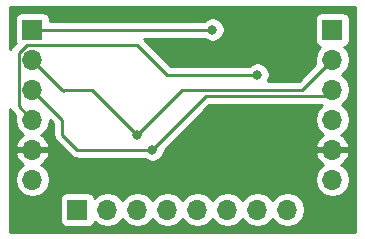
<source format=gbr>
%TF.GenerationSoftware,KiCad,Pcbnew,5.1.7-a382d34a8~87~ubuntu16.04.1*%
%TF.CreationDate,2020-10-08T21:47:54+02:00*%
%TF.ProjectId,ShiftIn-Board,53686966-7449-46e2-9d42-6f6172642e6b,rev?*%
%TF.SameCoordinates,Original*%
%TF.FileFunction,Copper,L2,Bot*%
%TF.FilePolarity,Positive*%
%FSLAX46Y46*%
G04 Gerber Fmt 4.6, Leading zero omitted, Abs format (unit mm)*
G04 Created by KiCad (PCBNEW 5.1.7-a382d34a8~87~ubuntu16.04.1) date 2020-10-08 21:47:54*
%MOMM*%
%LPD*%
G01*
G04 APERTURE LIST*
%TA.AperFunction,ComponentPad*%
%ADD10O,1.700000X1.700000*%
%TD*%
%TA.AperFunction,ComponentPad*%
%ADD11R,1.700000X1.700000*%
%TD*%
%TA.AperFunction,ViaPad*%
%ADD12C,0.800000*%
%TD*%
%TA.AperFunction,Conductor*%
%ADD13C,0.250000*%
%TD*%
%TA.AperFunction,Conductor*%
%ADD14C,0.254000*%
%TD*%
%TA.AperFunction,Conductor*%
%ADD15C,0.100000*%
%TD*%
G04 APERTURE END LIST*
D10*
%TO.P,J3,8*%
%TO.N,Net-(J3-Pad8)*%
X152400000Y-72390000D03*
%TO.P,J3,7*%
%TO.N,Net-(J3-Pad7)*%
X149860000Y-72390000D03*
%TO.P,J3,6*%
%TO.N,Net-(J3-Pad6)*%
X147320000Y-72390000D03*
%TO.P,J3,5*%
%TO.N,Net-(J3-Pad5)*%
X144780000Y-72390000D03*
%TO.P,J3,4*%
%TO.N,Net-(J3-Pad4)*%
X142240000Y-72390000D03*
%TO.P,J3,3*%
%TO.N,Net-(J3-Pad3)*%
X139700000Y-72390000D03*
%TO.P,J3,2*%
%TO.N,Net-(J3-Pad2)*%
X137160000Y-72390000D03*
D11*
%TO.P,J3,1*%
%TO.N,Net-(J3-Pad1)*%
X134620000Y-72390000D03*
%TD*%
D10*
%TO.P,J2,6*%
%TO.N,VCC*%
X156210000Y-69850000D03*
%TO.P,J2,5*%
%TO.N,GND*%
X156210000Y-67310000D03*
%TO.P,J2,4*%
%TO.N,Net-(J1-Pad4)*%
X156210000Y-64770000D03*
%TO.P,J2,3*%
%TO.N,Net-(J1-Pad3)*%
X156210000Y-62230000D03*
%TO.P,J2,2*%
%TO.N,Net-(J1-Pad2)*%
X156210000Y-59690000D03*
D11*
%TO.P,J2,1*%
%TO.N,Net-(J2-Pad1)*%
X156210000Y-57150000D03*
%TD*%
D10*
%TO.P,J1,6*%
%TO.N,VCC*%
X130810000Y-69850000D03*
%TO.P,J1,5*%
%TO.N,GND*%
X130810000Y-67310000D03*
%TO.P,J1,4*%
%TO.N,Net-(J1-Pad4)*%
X130810000Y-64770000D03*
%TO.P,J1,3*%
%TO.N,Net-(J1-Pad3)*%
X130810000Y-62230000D03*
%TO.P,J1,2*%
%TO.N,Net-(J1-Pad2)*%
X130810000Y-59690000D03*
D11*
%TO.P,J1,1*%
%TO.N,Net-(J1-Pad1)*%
X130810000Y-57150000D03*
%TD*%
D12*
%TO.N,GND*%
X152400000Y-68580000D03*
X148590000Y-67310000D03*
%TO.N,Net-(J1-Pad4)*%
X149860000Y-60960000D03*
%TO.N,Net-(J1-Pad3)*%
X140970000Y-67310000D03*
%TO.N,Net-(J1-Pad2)*%
X139700000Y-66040000D03*
%TO.N,Net-(J1-Pad1)*%
X146050000Y-57150000D03*
%TD*%
D13*
%TO.N,Net-(J1-Pad4)*%
X129634999Y-63594999D02*
X130810000Y-64770000D01*
X130340998Y-58420000D02*
X129634999Y-59125999D01*
X129634999Y-59125999D02*
X129634999Y-63594999D01*
X130340998Y-58420000D02*
X139700000Y-58420000D01*
X149860000Y-60960000D02*
X142240000Y-60960000D01*
X142240000Y-60960000D02*
X139700000Y-58420000D01*
%TO.N,Net-(J1-Pad3)*%
X140970000Y-67310000D02*
X134620000Y-67310000D01*
X134620000Y-67310000D02*
X133350000Y-66040000D01*
X133350000Y-64770000D02*
X130810000Y-62230000D01*
X133350000Y-66040000D02*
X133350000Y-64770000D01*
X155644990Y-62795010D02*
X156210000Y-62230000D01*
X145484990Y-62795010D02*
X155644990Y-62795010D01*
X140970000Y-67310000D02*
X145484990Y-62795010D01*
%TO.N,Net-(J1-Pad2)*%
X139700000Y-66040000D02*
X143510000Y-62230000D01*
X143510000Y-62230000D02*
X153670000Y-62230000D01*
X153670000Y-62230000D02*
X156210000Y-59690000D01*
X133350000Y-62230000D02*
X135890000Y-62230000D01*
X130810000Y-59690000D02*
X133350000Y-62230000D01*
X135890000Y-62230000D02*
X139700000Y-66040000D01*
X133350000Y-62230000D02*
X133465000Y-62345000D01*
%TO.N,Net-(J1-Pad1)*%
X146050000Y-57150000D02*
X130810000Y-57150000D01*
%TD*%
D14*
%TO.N,GND*%
X158090000Y-74270000D02*
X128930000Y-74270000D01*
X128930000Y-71540000D01*
X133131928Y-71540000D01*
X133131928Y-73240000D01*
X133144188Y-73364482D01*
X133180498Y-73484180D01*
X133239463Y-73594494D01*
X133318815Y-73691185D01*
X133415506Y-73770537D01*
X133525820Y-73829502D01*
X133645518Y-73865812D01*
X133770000Y-73878072D01*
X135470000Y-73878072D01*
X135594482Y-73865812D01*
X135714180Y-73829502D01*
X135824494Y-73770537D01*
X135921185Y-73691185D01*
X136000537Y-73594494D01*
X136059502Y-73484180D01*
X136081513Y-73411620D01*
X136213368Y-73543475D01*
X136456589Y-73705990D01*
X136726842Y-73817932D01*
X137013740Y-73875000D01*
X137306260Y-73875000D01*
X137593158Y-73817932D01*
X137863411Y-73705990D01*
X138106632Y-73543475D01*
X138313475Y-73336632D01*
X138430000Y-73162240D01*
X138546525Y-73336632D01*
X138753368Y-73543475D01*
X138996589Y-73705990D01*
X139266842Y-73817932D01*
X139553740Y-73875000D01*
X139846260Y-73875000D01*
X140133158Y-73817932D01*
X140403411Y-73705990D01*
X140646632Y-73543475D01*
X140853475Y-73336632D01*
X140970000Y-73162240D01*
X141086525Y-73336632D01*
X141293368Y-73543475D01*
X141536589Y-73705990D01*
X141806842Y-73817932D01*
X142093740Y-73875000D01*
X142386260Y-73875000D01*
X142673158Y-73817932D01*
X142943411Y-73705990D01*
X143186632Y-73543475D01*
X143393475Y-73336632D01*
X143510000Y-73162240D01*
X143626525Y-73336632D01*
X143833368Y-73543475D01*
X144076589Y-73705990D01*
X144346842Y-73817932D01*
X144633740Y-73875000D01*
X144926260Y-73875000D01*
X145213158Y-73817932D01*
X145483411Y-73705990D01*
X145726632Y-73543475D01*
X145933475Y-73336632D01*
X146050000Y-73162240D01*
X146166525Y-73336632D01*
X146373368Y-73543475D01*
X146616589Y-73705990D01*
X146886842Y-73817932D01*
X147173740Y-73875000D01*
X147466260Y-73875000D01*
X147753158Y-73817932D01*
X148023411Y-73705990D01*
X148266632Y-73543475D01*
X148473475Y-73336632D01*
X148590000Y-73162240D01*
X148706525Y-73336632D01*
X148913368Y-73543475D01*
X149156589Y-73705990D01*
X149426842Y-73817932D01*
X149713740Y-73875000D01*
X150006260Y-73875000D01*
X150293158Y-73817932D01*
X150563411Y-73705990D01*
X150806632Y-73543475D01*
X151013475Y-73336632D01*
X151130000Y-73162240D01*
X151246525Y-73336632D01*
X151453368Y-73543475D01*
X151696589Y-73705990D01*
X151966842Y-73817932D01*
X152253740Y-73875000D01*
X152546260Y-73875000D01*
X152833158Y-73817932D01*
X153103411Y-73705990D01*
X153346632Y-73543475D01*
X153553475Y-73336632D01*
X153715990Y-73093411D01*
X153827932Y-72823158D01*
X153885000Y-72536260D01*
X153885000Y-72243740D01*
X153827932Y-71956842D01*
X153715990Y-71686589D01*
X153553475Y-71443368D01*
X153346632Y-71236525D01*
X153103411Y-71074010D01*
X152833158Y-70962068D01*
X152546260Y-70905000D01*
X152253740Y-70905000D01*
X151966842Y-70962068D01*
X151696589Y-71074010D01*
X151453368Y-71236525D01*
X151246525Y-71443368D01*
X151130000Y-71617760D01*
X151013475Y-71443368D01*
X150806632Y-71236525D01*
X150563411Y-71074010D01*
X150293158Y-70962068D01*
X150006260Y-70905000D01*
X149713740Y-70905000D01*
X149426842Y-70962068D01*
X149156589Y-71074010D01*
X148913368Y-71236525D01*
X148706525Y-71443368D01*
X148590000Y-71617760D01*
X148473475Y-71443368D01*
X148266632Y-71236525D01*
X148023411Y-71074010D01*
X147753158Y-70962068D01*
X147466260Y-70905000D01*
X147173740Y-70905000D01*
X146886842Y-70962068D01*
X146616589Y-71074010D01*
X146373368Y-71236525D01*
X146166525Y-71443368D01*
X146050000Y-71617760D01*
X145933475Y-71443368D01*
X145726632Y-71236525D01*
X145483411Y-71074010D01*
X145213158Y-70962068D01*
X144926260Y-70905000D01*
X144633740Y-70905000D01*
X144346842Y-70962068D01*
X144076589Y-71074010D01*
X143833368Y-71236525D01*
X143626525Y-71443368D01*
X143510000Y-71617760D01*
X143393475Y-71443368D01*
X143186632Y-71236525D01*
X142943411Y-71074010D01*
X142673158Y-70962068D01*
X142386260Y-70905000D01*
X142093740Y-70905000D01*
X141806842Y-70962068D01*
X141536589Y-71074010D01*
X141293368Y-71236525D01*
X141086525Y-71443368D01*
X140970000Y-71617760D01*
X140853475Y-71443368D01*
X140646632Y-71236525D01*
X140403411Y-71074010D01*
X140133158Y-70962068D01*
X139846260Y-70905000D01*
X139553740Y-70905000D01*
X139266842Y-70962068D01*
X138996589Y-71074010D01*
X138753368Y-71236525D01*
X138546525Y-71443368D01*
X138430000Y-71617760D01*
X138313475Y-71443368D01*
X138106632Y-71236525D01*
X137863411Y-71074010D01*
X137593158Y-70962068D01*
X137306260Y-70905000D01*
X137013740Y-70905000D01*
X136726842Y-70962068D01*
X136456589Y-71074010D01*
X136213368Y-71236525D01*
X136081513Y-71368380D01*
X136059502Y-71295820D01*
X136000537Y-71185506D01*
X135921185Y-71088815D01*
X135824494Y-71009463D01*
X135714180Y-70950498D01*
X135594482Y-70914188D01*
X135470000Y-70901928D01*
X133770000Y-70901928D01*
X133645518Y-70914188D01*
X133525820Y-70950498D01*
X133415506Y-71009463D01*
X133318815Y-71088815D01*
X133239463Y-71185506D01*
X133180498Y-71295820D01*
X133144188Y-71415518D01*
X133131928Y-71540000D01*
X128930000Y-71540000D01*
X128930000Y-69703740D01*
X129325000Y-69703740D01*
X129325000Y-69996260D01*
X129382068Y-70283158D01*
X129494010Y-70553411D01*
X129656525Y-70796632D01*
X129863368Y-71003475D01*
X130106589Y-71165990D01*
X130376842Y-71277932D01*
X130663740Y-71335000D01*
X130956260Y-71335000D01*
X131243158Y-71277932D01*
X131513411Y-71165990D01*
X131756632Y-71003475D01*
X131963475Y-70796632D01*
X132125990Y-70553411D01*
X132237932Y-70283158D01*
X132295000Y-69996260D01*
X132295000Y-69703740D01*
X154725000Y-69703740D01*
X154725000Y-69996260D01*
X154782068Y-70283158D01*
X154894010Y-70553411D01*
X155056525Y-70796632D01*
X155263368Y-71003475D01*
X155506589Y-71165990D01*
X155776842Y-71277932D01*
X156063740Y-71335000D01*
X156356260Y-71335000D01*
X156643158Y-71277932D01*
X156913411Y-71165990D01*
X157156632Y-71003475D01*
X157363475Y-70796632D01*
X157525990Y-70553411D01*
X157637932Y-70283158D01*
X157695000Y-69996260D01*
X157695000Y-69703740D01*
X157637932Y-69416842D01*
X157525990Y-69146589D01*
X157363475Y-68903368D01*
X157156632Y-68696525D01*
X156974466Y-68574805D01*
X157091355Y-68505178D01*
X157307588Y-68310269D01*
X157481641Y-68076920D01*
X157606825Y-67814099D01*
X157651476Y-67666890D01*
X157530155Y-67437000D01*
X156337000Y-67437000D01*
X156337000Y-67457000D01*
X156083000Y-67457000D01*
X156083000Y-67437000D01*
X154889845Y-67437000D01*
X154768524Y-67666890D01*
X154813175Y-67814099D01*
X154938359Y-68076920D01*
X155112412Y-68310269D01*
X155328645Y-68505178D01*
X155445534Y-68574805D01*
X155263368Y-68696525D01*
X155056525Y-68903368D01*
X154894010Y-69146589D01*
X154782068Y-69416842D01*
X154725000Y-69703740D01*
X132295000Y-69703740D01*
X132237932Y-69416842D01*
X132125990Y-69146589D01*
X131963475Y-68903368D01*
X131756632Y-68696525D01*
X131574466Y-68574805D01*
X131691355Y-68505178D01*
X131907588Y-68310269D01*
X132081641Y-68076920D01*
X132206825Y-67814099D01*
X132251476Y-67666890D01*
X132130155Y-67437000D01*
X130937000Y-67437000D01*
X130937000Y-67457000D01*
X130683000Y-67457000D01*
X130683000Y-67437000D01*
X129489845Y-67437000D01*
X129368524Y-67666890D01*
X129413175Y-67814099D01*
X129538359Y-68076920D01*
X129712412Y-68310269D01*
X129928645Y-68505178D01*
X130045534Y-68574805D01*
X129863368Y-68696525D01*
X129656525Y-68903368D01*
X129494010Y-69146589D01*
X129382068Y-69416842D01*
X129325000Y-69703740D01*
X128930000Y-69703740D01*
X128930000Y-63888268D01*
X129000025Y-64019275D01*
X129071200Y-64106001D01*
X129094999Y-64135000D01*
X129123997Y-64158798D01*
X129368791Y-64403592D01*
X129325000Y-64623740D01*
X129325000Y-64916260D01*
X129382068Y-65203158D01*
X129494010Y-65473411D01*
X129656525Y-65716632D01*
X129863368Y-65923475D01*
X130045534Y-66045195D01*
X129928645Y-66114822D01*
X129712412Y-66309731D01*
X129538359Y-66543080D01*
X129413175Y-66805901D01*
X129368524Y-66953110D01*
X129489845Y-67183000D01*
X130683000Y-67183000D01*
X130683000Y-67163000D01*
X130937000Y-67163000D01*
X130937000Y-67183000D01*
X132130155Y-67183000D01*
X132251476Y-66953110D01*
X132206825Y-66805901D01*
X132081641Y-66543080D01*
X131907588Y-66309731D01*
X131691355Y-66114822D01*
X131574466Y-66045195D01*
X131756632Y-65923475D01*
X131963475Y-65716632D01*
X132125990Y-65473411D01*
X132237932Y-65203158D01*
X132295000Y-64916260D01*
X132295000Y-64789803D01*
X132590001Y-65084804D01*
X132590000Y-66002677D01*
X132586324Y-66040000D01*
X132590000Y-66077322D01*
X132590000Y-66077332D01*
X132600997Y-66188985D01*
X132627089Y-66275000D01*
X132644454Y-66332246D01*
X132715026Y-66464276D01*
X132749320Y-66506063D01*
X132809999Y-66580001D01*
X132839003Y-66603804D01*
X134056201Y-67821003D01*
X134079999Y-67850001D01*
X134195724Y-67944974D01*
X134327753Y-68015546D01*
X134471014Y-68059003D01*
X134582667Y-68070000D01*
X134582676Y-68070000D01*
X134619999Y-68073676D01*
X134657322Y-68070000D01*
X140266289Y-68070000D01*
X140310226Y-68113937D01*
X140479744Y-68227205D01*
X140668102Y-68305226D01*
X140868061Y-68345000D01*
X141071939Y-68345000D01*
X141271898Y-68305226D01*
X141460256Y-68227205D01*
X141629774Y-68113937D01*
X141773937Y-67969774D01*
X141887205Y-67800256D01*
X141965226Y-67611898D01*
X142005000Y-67411939D01*
X142005000Y-67349801D01*
X145799792Y-63555010D01*
X155355432Y-63555010D01*
X155263368Y-63616525D01*
X155056525Y-63823368D01*
X154894010Y-64066589D01*
X154782068Y-64336842D01*
X154725000Y-64623740D01*
X154725000Y-64916260D01*
X154782068Y-65203158D01*
X154894010Y-65473411D01*
X155056525Y-65716632D01*
X155263368Y-65923475D01*
X155445534Y-66045195D01*
X155328645Y-66114822D01*
X155112412Y-66309731D01*
X154938359Y-66543080D01*
X154813175Y-66805901D01*
X154768524Y-66953110D01*
X154889845Y-67183000D01*
X156083000Y-67183000D01*
X156083000Y-67163000D01*
X156337000Y-67163000D01*
X156337000Y-67183000D01*
X157530155Y-67183000D01*
X157651476Y-66953110D01*
X157606825Y-66805901D01*
X157481641Y-66543080D01*
X157307588Y-66309731D01*
X157091355Y-66114822D01*
X156974466Y-66045195D01*
X157156632Y-65923475D01*
X157363475Y-65716632D01*
X157525990Y-65473411D01*
X157637932Y-65203158D01*
X157695000Y-64916260D01*
X157695000Y-64623740D01*
X157637932Y-64336842D01*
X157525990Y-64066589D01*
X157363475Y-63823368D01*
X157156632Y-63616525D01*
X156982240Y-63500000D01*
X157156632Y-63383475D01*
X157363475Y-63176632D01*
X157525990Y-62933411D01*
X157637932Y-62663158D01*
X157695000Y-62376260D01*
X157695000Y-62083740D01*
X157637932Y-61796842D01*
X157525990Y-61526589D01*
X157363475Y-61283368D01*
X157156632Y-61076525D01*
X156982240Y-60960000D01*
X157156632Y-60843475D01*
X157363475Y-60636632D01*
X157525990Y-60393411D01*
X157637932Y-60123158D01*
X157695000Y-59836260D01*
X157695000Y-59543740D01*
X157637932Y-59256842D01*
X157525990Y-58986589D01*
X157363475Y-58743368D01*
X157231620Y-58611513D01*
X157304180Y-58589502D01*
X157414494Y-58530537D01*
X157511185Y-58451185D01*
X157590537Y-58354494D01*
X157649502Y-58244180D01*
X157685812Y-58124482D01*
X157698072Y-58000000D01*
X157698072Y-56300000D01*
X157685812Y-56175518D01*
X157649502Y-56055820D01*
X157590537Y-55945506D01*
X157511185Y-55848815D01*
X157414494Y-55769463D01*
X157304180Y-55710498D01*
X157184482Y-55674188D01*
X157060000Y-55661928D01*
X155360000Y-55661928D01*
X155235518Y-55674188D01*
X155115820Y-55710498D01*
X155005506Y-55769463D01*
X154908815Y-55848815D01*
X154829463Y-55945506D01*
X154770498Y-56055820D01*
X154734188Y-56175518D01*
X154721928Y-56300000D01*
X154721928Y-58000000D01*
X154734188Y-58124482D01*
X154770498Y-58244180D01*
X154829463Y-58354494D01*
X154908815Y-58451185D01*
X155005506Y-58530537D01*
X155115820Y-58589502D01*
X155188380Y-58611513D01*
X155056525Y-58743368D01*
X154894010Y-58986589D01*
X154782068Y-59256842D01*
X154725000Y-59543740D01*
X154725000Y-59836260D01*
X154768790Y-60056407D01*
X153355199Y-61470000D01*
X150764013Y-61470000D01*
X150777205Y-61450256D01*
X150855226Y-61261898D01*
X150895000Y-61061939D01*
X150895000Y-60858061D01*
X150855226Y-60658102D01*
X150777205Y-60469744D01*
X150663937Y-60300226D01*
X150519774Y-60156063D01*
X150350256Y-60042795D01*
X150161898Y-59964774D01*
X149961939Y-59925000D01*
X149758061Y-59925000D01*
X149558102Y-59964774D01*
X149369744Y-60042795D01*
X149200226Y-60156063D01*
X149156289Y-60200000D01*
X142554803Y-60200000D01*
X140264801Y-57910000D01*
X145346289Y-57910000D01*
X145390226Y-57953937D01*
X145559744Y-58067205D01*
X145748102Y-58145226D01*
X145948061Y-58185000D01*
X146151939Y-58185000D01*
X146351898Y-58145226D01*
X146540256Y-58067205D01*
X146709774Y-57953937D01*
X146853937Y-57809774D01*
X146967205Y-57640256D01*
X147045226Y-57451898D01*
X147085000Y-57251939D01*
X147085000Y-57048061D01*
X147045226Y-56848102D01*
X146967205Y-56659744D01*
X146853937Y-56490226D01*
X146709774Y-56346063D01*
X146540256Y-56232795D01*
X146351898Y-56154774D01*
X146151939Y-56115000D01*
X145948061Y-56115000D01*
X145748102Y-56154774D01*
X145559744Y-56232795D01*
X145390226Y-56346063D01*
X145346289Y-56390000D01*
X132298072Y-56390000D01*
X132298072Y-56300000D01*
X132285812Y-56175518D01*
X132249502Y-56055820D01*
X132190537Y-55945506D01*
X132111185Y-55848815D01*
X132014494Y-55769463D01*
X131904180Y-55710498D01*
X131784482Y-55674188D01*
X131660000Y-55661928D01*
X129960000Y-55661928D01*
X129835518Y-55674188D01*
X129715820Y-55710498D01*
X129605506Y-55769463D01*
X129508815Y-55848815D01*
X129429463Y-55945506D01*
X129370498Y-56055820D01*
X129334188Y-56175518D01*
X129321928Y-56300000D01*
X129321928Y-58000000D01*
X129334188Y-58124482D01*
X129370498Y-58244180D01*
X129395410Y-58290786D01*
X129124001Y-58562196D01*
X129094998Y-58585998D01*
X129039870Y-58653173D01*
X129000025Y-58701723D01*
X128994400Y-58712247D01*
X128930000Y-58832730D01*
X128930000Y-55270000D01*
X158090001Y-55270000D01*
X158090000Y-74270000D01*
%TA.AperFunction,Conductor*%
D15*
G36*
X158090000Y-74270000D02*
G01*
X128930000Y-74270000D01*
X128930000Y-71540000D01*
X133131928Y-71540000D01*
X133131928Y-73240000D01*
X133144188Y-73364482D01*
X133180498Y-73484180D01*
X133239463Y-73594494D01*
X133318815Y-73691185D01*
X133415506Y-73770537D01*
X133525820Y-73829502D01*
X133645518Y-73865812D01*
X133770000Y-73878072D01*
X135470000Y-73878072D01*
X135594482Y-73865812D01*
X135714180Y-73829502D01*
X135824494Y-73770537D01*
X135921185Y-73691185D01*
X136000537Y-73594494D01*
X136059502Y-73484180D01*
X136081513Y-73411620D01*
X136213368Y-73543475D01*
X136456589Y-73705990D01*
X136726842Y-73817932D01*
X137013740Y-73875000D01*
X137306260Y-73875000D01*
X137593158Y-73817932D01*
X137863411Y-73705990D01*
X138106632Y-73543475D01*
X138313475Y-73336632D01*
X138430000Y-73162240D01*
X138546525Y-73336632D01*
X138753368Y-73543475D01*
X138996589Y-73705990D01*
X139266842Y-73817932D01*
X139553740Y-73875000D01*
X139846260Y-73875000D01*
X140133158Y-73817932D01*
X140403411Y-73705990D01*
X140646632Y-73543475D01*
X140853475Y-73336632D01*
X140970000Y-73162240D01*
X141086525Y-73336632D01*
X141293368Y-73543475D01*
X141536589Y-73705990D01*
X141806842Y-73817932D01*
X142093740Y-73875000D01*
X142386260Y-73875000D01*
X142673158Y-73817932D01*
X142943411Y-73705990D01*
X143186632Y-73543475D01*
X143393475Y-73336632D01*
X143510000Y-73162240D01*
X143626525Y-73336632D01*
X143833368Y-73543475D01*
X144076589Y-73705990D01*
X144346842Y-73817932D01*
X144633740Y-73875000D01*
X144926260Y-73875000D01*
X145213158Y-73817932D01*
X145483411Y-73705990D01*
X145726632Y-73543475D01*
X145933475Y-73336632D01*
X146050000Y-73162240D01*
X146166525Y-73336632D01*
X146373368Y-73543475D01*
X146616589Y-73705990D01*
X146886842Y-73817932D01*
X147173740Y-73875000D01*
X147466260Y-73875000D01*
X147753158Y-73817932D01*
X148023411Y-73705990D01*
X148266632Y-73543475D01*
X148473475Y-73336632D01*
X148590000Y-73162240D01*
X148706525Y-73336632D01*
X148913368Y-73543475D01*
X149156589Y-73705990D01*
X149426842Y-73817932D01*
X149713740Y-73875000D01*
X150006260Y-73875000D01*
X150293158Y-73817932D01*
X150563411Y-73705990D01*
X150806632Y-73543475D01*
X151013475Y-73336632D01*
X151130000Y-73162240D01*
X151246525Y-73336632D01*
X151453368Y-73543475D01*
X151696589Y-73705990D01*
X151966842Y-73817932D01*
X152253740Y-73875000D01*
X152546260Y-73875000D01*
X152833158Y-73817932D01*
X153103411Y-73705990D01*
X153346632Y-73543475D01*
X153553475Y-73336632D01*
X153715990Y-73093411D01*
X153827932Y-72823158D01*
X153885000Y-72536260D01*
X153885000Y-72243740D01*
X153827932Y-71956842D01*
X153715990Y-71686589D01*
X153553475Y-71443368D01*
X153346632Y-71236525D01*
X153103411Y-71074010D01*
X152833158Y-70962068D01*
X152546260Y-70905000D01*
X152253740Y-70905000D01*
X151966842Y-70962068D01*
X151696589Y-71074010D01*
X151453368Y-71236525D01*
X151246525Y-71443368D01*
X151130000Y-71617760D01*
X151013475Y-71443368D01*
X150806632Y-71236525D01*
X150563411Y-71074010D01*
X150293158Y-70962068D01*
X150006260Y-70905000D01*
X149713740Y-70905000D01*
X149426842Y-70962068D01*
X149156589Y-71074010D01*
X148913368Y-71236525D01*
X148706525Y-71443368D01*
X148590000Y-71617760D01*
X148473475Y-71443368D01*
X148266632Y-71236525D01*
X148023411Y-71074010D01*
X147753158Y-70962068D01*
X147466260Y-70905000D01*
X147173740Y-70905000D01*
X146886842Y-70962068D01*
X146616589Y-71074010D01*
X146373368Y-71236525D01*
X146166525Y-71443368D01*
X146050000Y-71617760D01*
X145933475Y-71443368D01*
X145726632Y-71236525D01*
X145483411Y-71074010D01*
X145213158Y-70962068D01*
X144926260Y-70905000D01*
X144633740Y-70905000D01*
X144346842Y-70962068D01*
X144076589Y-71074010D01*
X143833368Y-71236525D01*
X143626525Y-71443368D01*
X143510000Y-71617760D01*
X143393475Y-71443368D01*
X143186632Y-71236525D01*
X142943411Y-71074010D01*
X142673158Y-70962068D01*
X142386260Y-70905000D01*
X142093740Y-70905000D01*
X141806842Y-70962068D01*
X141536589Y-71074010D01*
X141293368Y-71236525D01*
X141086525Y-71443368D01*
X140970000Y-71617760D01*
X140853475Y-71443368D01*
X140646632Y-71236525D01*
X140403411Y-71074010D01*
X140133158Y-70962068D01*
X139846260Y-70905000D01*
X139553740Y-70905000D01*
X139266842Y-70962068D01*
X138996589Y-71074010D01*
X138753368Y-71236525D01*
X138546525Y-71443368D01*
X138430000Y-71617760D01*
X138313475Y-71443368D01*
X138106632Y-71236525D01*
X137863411Y-71074010D01*
X137593158Y-70962068D01*
X137306260Y-70905000D01*
X137013740Y-70905000D01*
X136726842Y-70962068D01*
X136456589Y-71074010D01*
X136213368Y-71236525D01*
X136081513Y-71368380D01*
X136059502Y-71295820D01*
X136000537Y-71185506D01*
X135921185Y-71088815D01*
X135824494Y-71009463D01*
X135714180Y-70950498D01*
X135594482Y-70914188D01*
X135470000Y-70901928D01*
X133770000Y-70901928D01*
X133645518Y-70914188D01*
X133525820Y-70950498D01*
X133415506Y-71009463D01*
X133318815Y-71088815D01*
X133239463Y-71185506D01*
X133180498Y-71295820D01*
X133144188Y-71415518D01*
X133131928Y-71540000D01*
X128930000Y-71540000D01*
X128930000Y-69703740D01*
X129325000Y-69703740D01*
X129325000Y-69996260D01*
X129382068Y-70283158D01*
X129494010Y-70553411D01*
X129656525Y-70796632D01*
X129863368Y-71003475D01*
X130106589Y-71165990D01*
X130376842Y-71277932D01*
X130663740Y-71335000D01*
X130956260Y-71335000D01*
X131243158Y-71277932D01*
X131513411Y-71165990D01*
X131756632Y-71003475D01*
X131963475Y-70796632D01*
X132125990Y-70553411D01*
X132237932Y-70283158D01*
X132295000Y-69996260D01*
X132295000Y-69703740D01*
X154725000Y-69703740D01*
X154725000Y-69996260D01*
X154782068Y-70283158D01*
X154894010Y-70553411D01*
X155056525Y-70796632D01*
X155263368Y-71003475D01*
X155506589Y-71165990D01*
X155776842Y-71277932D01*
X156063740Y-71335000D01*
X156356260Y-71335000D01*
X156643158Y-71277932D01*
X156913411Y-71165990D01*
X157156632Y-71003475D01*
X157363475Y-70796632D01*
X157525990Y-70553411D01*
X157637932Y-70283158D01*
X157695000Y-69996260D01*
X157695000Y-69703740D01*
X157637932Y-69416842D01*
X157525990Y-69146589D01*
X157363475Y-68903368D01*
X157156632Y-68696525D01*
X156974466Y-68574805D01*
X157091355Y-68505178D01*
X157307588Y-68310269D01*
X157481641Y-68076920D01*
X157606825Y-67814099D01*
X157651476Y-67666890D01*
X157530155Y-67437000D01*
X156337000Y-67437000D01*
X156337000Y-67457000D01*
X156083000Y-67457000D01*
X156083000Y-67437000D01*
X154889845Y-67437000D01*
X154768524Y-67666890D01*
X154813175Y-67814099D01*
X154938359Y-68076920D01*
X155112412Y-68310269D01*
X155328645Y-68505178D01*
X155445534Y-68574805D01*
X155263368Y-68696525D01*
X155056525Y-68903368D01*
X154894010Y-69146589D01*
X154782068Y-69416842D01*
X154725000Y-69703740D01*
X132295000Y-69703740D01*
X132237932Y-69416842D01*
X132125990Y-69146589D01*
X131963475Y-68903368D01*
X131756632Y-68696525D01*
X131574466Y-68574805D01*
X131691355Y-68505178D01*
X131907588Y-68310269D01*
X132081641Y-68076920D01*
X132206825Y-67814099D01*
X132251476Y-67666890D01*
X132130155Y-67437000D01*
X130937000Y-67437000D01*
X130937000Y-67457000D01*
X130683000Y-67457000D01*
X130683000Y-67437000D01*
X129489845Y-67437000D01*
X129368524Y-67666890D01*
X129413175Y-67814099D01*
X129538359Y-68076920D01*
X129712412Y-68310269D01*
X129928645Y-68505178D01*
X130045534Y-68574805D01*
X129863368Y-68696525D01*
X129656525Y-68903368D01*
X129494010Y-69146589D01*
X129382068Y-69416842D01*
X129325000Y-69703740D01*
X128930000Y-69703740D01*
X128930000Y-63888268D01*
X129000025Y-64019275D01*
X129071200Y-64106001D01*
X129094999Y-64135000D01*
X129123997Y-64158798D01*
X129368791Y-64403592D01*
X129325000Y-64623740D01*
X129325000Y-64916260D01*
X129382068Y-65203158D01*
X129494010Y-65473411D01*
X129656525Y-65716632D01*
X129863368Y-65923475D01*
X130045534Y-66045195D01*
X129928645Y-66114822D01*
X129712412Y-66309731D01*
X129538359Y-66543080D01*
X129413175Y-66805901D01*
X129368524Y-66953110D01*
X129489845Y-67183000D01*
X130683000Y-67183000D01*
X130683000Y-67163000D01*
X130937000Y-67163000D01*
X130937000Y-67183000D01*
X132130155Y-67183000D01*
X132251476Y-66953110D01*
X132206825Y-66805901D01*
X132081641Y-66543080D01*
X131907588Y-66309731D01*
X131691355Y-66114822D01*
X131574466Y-66045195D01*
X131756632Y-65923475D01*
X131963475Y-65716632D01*
X132125990Y-65473411D01*
X132237932Y-65203158D01*
X132295000Y-64916260D01*
X132295000Y-64789803D01*
X132590001Y-65084804D01*
X132590000Y-66002677D01*
X132586324Y-66040000D01*
X132590000Y-66077322D01*
X132590000Y-66077332D01*
X132600997Y-66188985D01*
X132627089Y-66275000D01*
X132644454Y-66332246D01*
X132715026Y-66464276D01*
X132749320Y-66506063D01*
X132809999Y-66580001D01*
X132839003Y-66603804D01*
X134056201Y-67821003D01*
X134079999Y-67850001D01*
X134195724Y-67944974D01*
X134327753Y-68015546D01*
X134471014Y-68059003D01*
X134582667Y-68070000D01*
X134582676Y-68070000D01*
X134619999Y-68073676D01*
X134657322Y-68070000D01*
X140266289Y-68070000D01*
X140310226Y-68113937D01*
X140479744Y-68227205D01*
X140668102Y-68305226D01*
X140868061Y-68345000D01*
X141071939Y-68345000D01*
X141271898Y-68305226D01*
X141460256Y-68227205D01*
X141629774Y-68113937D01*
X141773937Y-67969774D01*
X141887205Y-67800256D01*
X141965226Y-67611898D01*
X142005000Y-67411939D01*
X142005000Y-67349801D01*
X145799792Y-63555010D01*
X155355432Y-63555010D01*
X155263368Y-63616525D01*
X155056525Y-63823368D01*
X154894010Y-64066589D01*
X154782068Y-64336842D01*
X154725000Y-64623740D01*
X154725000Y-64916260D01*
X154782068Y-65203158D01*
X154894010Y-65473411D01*
X155056525Y-65716632D01*
X155263368Y-65923475D01*
X155445534Y-66045195D01*
X155328645Y-66114822D01*
X155112412Y-66309731D01*
X154938359Y-66543080D01*
X154813175Y-66805901D01*
X154768524Y-66953110D01*
X154889845Y-67183000D01*
X156083000Y-67183000D01*
X156083000Y-67163000D01*
X156337000Y-67163000D01*
X156337000Y-67183000D01*
X157530155Y-67183000D01*
X157651476Y-66953110D01*
X157606825Y-66805901D01*
X157481641Y-66543080D01*
X157307588Y-66309731D01*
X157091355Y-66114822D01*
X156974466Y-66045195D01*
X157156632Y-65923475D01*
X157363475Y-65716632D01*
X157525990Y-65473411D01*
X157637932Y-65203158D01*
X157695000Y-64916260D01*
X157695000Y-64623740D01*
X157637932Y-64336842D01*
X157525990Y-64066589D01*
X157363475Y-63823368D01*
X157156632Y-63616525D01*
X156982240Y-63500000D01*
X157156632Y-63383475D01*
X157363475Y-63176632D01*
X157525990Y-62933411D01*
X157637932Y-62663158D01*
X157695000Y-62376260D01*
X157695000Y-62083740D01*
X157637932Y-61796842D01*
X157525990Y-61526589D01*
X157363475Y-61283368D01*
X157156632Y-61076525D01*
X156982240Y-60960000D01*
X157156632Y-60843475D01*
X157363475Y-60636632D01*
X157525990Y-60393411D01*
X157637932Y-60123158D01*
X157695000Y-59836260D01*
X157695000Y-59543740D01*
X157637932Y-59256842D01*
X157525990Y-58986589D01*
X157363475Y-58743368D01*
X157231620Y-58611513D01*
X157304180Y-58589502D01*
X157414494Y-58530537D01*
X157511185Y-58451185D01*
X157590537Y-58354494D01*
X157649502Y-58244180D01*
X157685812Y-58124482D01*
X157698072Y-58000000D01*
X157698072Y-56300000D01*
X157685812Y-56175518D01*
X157649502Y-56055820D01*
X157590537Y-55945506D01*
X157511185Y-55848815D01*
X157414494Y-55769463D01*
X157304180Y-55710498D01*
X157184482Y-55674188D01*
X157060000Y-55661928D01*
X155360000Y-55661928D01*
X155235518Y-55674188D01*
X155115820Y-55710498D01*
X155005506Y-55769463D01*
X154908815Y-55848815D01*
X154829463Y-55945506D01*
X154770498Y-56055820D01*
X154734188Y-56175518D01*
X154721928Y-56300000D01*
X154721928Y-58000000D01*
X154734188Y-58124482D01*
X154770498Y-58244180D01*
X154829463Y-58354494D01*
X154908815Y-58451185D01*
X155005506Y-58530537D01*
X155115820Y-58589502D01*
X155188380Y-58611513D01*
X155056525Y-58743368D01*
X154894010Y-58986589D01*
X154782068Y-59256842D01*
X154725000Y-59543740D01*
X154725000Y-59836260D01*
X154768790Y-60056407D01*
X153355199Y-61470000D01*
X150764013Y-61470000D01*
X150777205Y-61450256D01*
X150855226Y-61261898D01*
X150895000Y-61061939D01*
X150895000Y-60858061D01*
X150855226Y-60658102D01*
X150777205Y-60469744D01*
X150663937Y-60300226D01*
X150519774Y-60156063D01*
X150350256Y-60042795D01*
X150161898Y-59964774D01*
X149961939Y-59925000D01*
X149758061Y-59925000D01*
X149558102Y-59964774D01*
X149369744Y-60042795D01*
X149200226Y-60156063D01*
X149156289Y-60200000D01*
X142554803Y-60200000D01*
X140264801Y-57910000D01*
X145346289Y-57910000D01*
X145390226Y-57953937D01*
X145559744Y-58067205D01*
X145748102Y-58145226D01*
X145948061Y-58185000D01*
X146151939Y-58185000D01*
X146351898Y-58145226D01*
X146540256Y-58067205D01*
X146709774Y-57953937D01*
X146853937Y-57809774D01*
X146967205Y-57640256D01*
X147045226Y-57451898D01*
X147085000Y-57251939D01*
X147085000Y-57048061D01*
X147045226Y-56848102D01*
X146967205Y-56659744D01*
X146853937Y-56490226D01*
X146709774Y-56346063D01*
X146540256Y-56232795D01*
X146351898Y-56154774D01*
X146151939Y-56115000D01*
X145948061Y-56115000D01*
X145748102Y-56154774D01*
X145559744Y-56232795D01*
X145390226Y-56346063D01*
X145346289Y-56390000D01*
X132298072Y-56390000D01*
X132298072Y-56300000D01*
X132285812Y-56175518D01*
X132249502Y-56055820D01*
X132190537Y-55945506D01*
X132111185Y-55848815D01*
X132014494Y-55769463D01*
X131904180Y-55710498D01*
X131784482Y-55674188D01*
X131660000Y-55661928D01*
X129960000Y-55661928D01*
X129835518Y-55674188D01*
X129715820Y-55710498D01*
X129605506Y-55769463D01*
X129508815Y-55848815D01*
X129429463Y-55945506D01*
X129370498Y-56055820D01*
X129334188Y-56175518D01*
X129321928Y-56300000D01*
X129321928Y-58000000D01*
X129334188Y-58124482D01*
X129370498Y-58244180D01*
X129395410Y-58290786D01*
X129124001Y-58562196D01*
X129094998Y-58585998D01*
X129039870Y-58653173D01*
X129000025Y-58701723D01*
X128994400Y-58712247D01*
X128930000Y-58832730D01*
X128930000Y-55270000D01*
X158090001Y-55270000D01*
X158090000Y-74270000D01*
G37*
%TD.AperFunction*%
%TD*%
M02*

</source>
